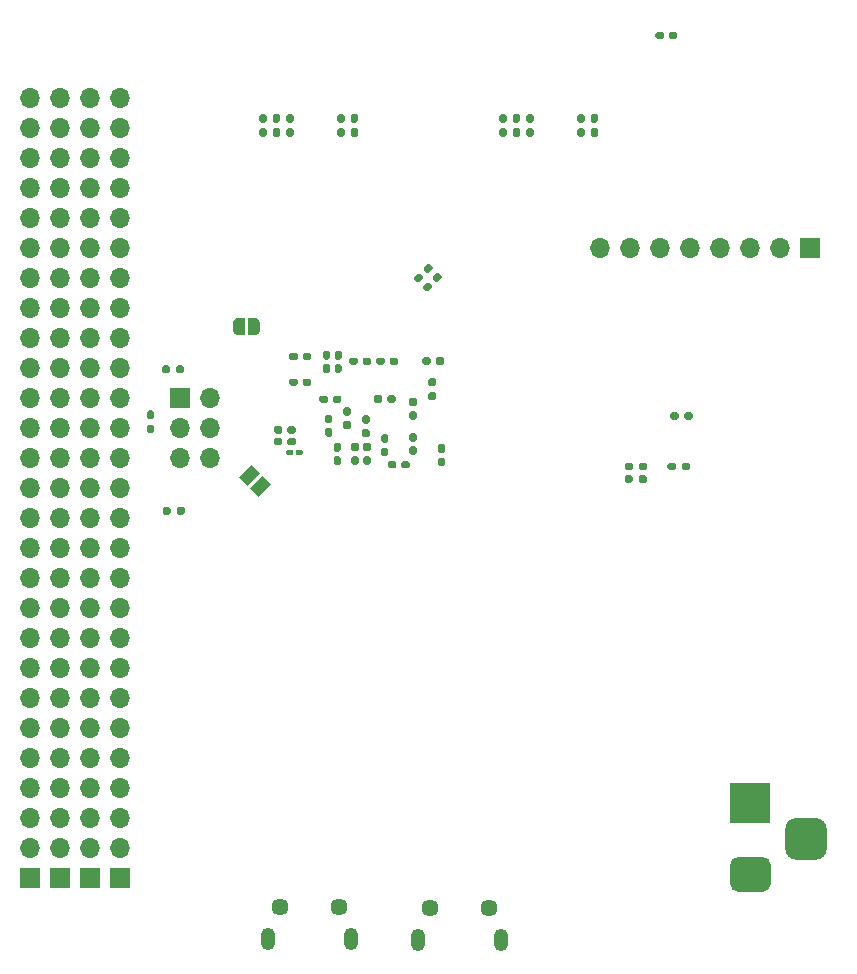
<source format=gbr>
%TF.GenerationSoftware,KiCad,Pcbnew,(5.1.8-0-10_14)*%
%TF.CreationDate,2020-12-08T12:39:33+00:00*%
%TF.ProjectId,STM32MP1_TestBoard,53544d33-324d-4503-915f-54657374426f,rev?*%
%TF.SameCoordinates,Original*%
%TF.FileFunction,Soldermask,Bot*%
%TF.FilePolarity,Negative*%
%FSLAX46Y46*%
G04 Gerber Fmt 4.6, Leading zero omitted, Abs format (unit mm)*
G04 Created by KiCad (PCBNEW (5.1.8-0-10_14)) date 2020-12-08 12:39:33*
%MOMM*%
%LPD*%
G01*
G04 APERTURE LIST*
%ADD10O,1.700000X1.700000*%
%ADD11R,1.700000X1.700000*%
%ADD12R,3.500000X3.500000*%
%ADD13O,1.200000X1.900000*%
%ADD14C,1.450000*%
%ADD15C,0.100000*%
G04 APERTURE END LIST*
D10*
%TO.C,J7*%
X177800000Y-88900000D03*
X180340000Y-88900000D03*
X182880000Y-88900000D03*
X185420000Y-88900000D03*
X187960000Y-88900000D03*
X190500000Y-88900000D03*
X193040000Y-88900000D03*
D11*
X195580000Y-88900000D03*
%TD*%
%TO.C,J9*%
G36*
G01*
X196075000Y-140640000D02*
X194325000Y-140640000D01*
G75*
G02*
X193450000Y-139765000I0J875000D01*
G01*
X193450000Y-138015000D01*
G75*
G02*
X194325000Y-137140000I875000J0D01*
G01*
X196075000Y-137140000D01*
G75*
G02*
X196950000Y-138015000I0J-875000D01*
G01*
X196950000Y-139765000D01*
G75*
G02*
X196075000Y-140640000I-875000J0D01*
G01*
G37*
G36*
G01*
X191500000Y-143390000D02*
X189500000Y-143390000D01*
G75*
G02*
X188750000Y-142640000I0J750000D01*
G01*
X188750000Y-141140000D01*
G75*
G02*
X189500000Y-140390000I750000J0D01*
G01*
X191500000Y-140390000D01*
G75*
G02*
X192250000Y-141140000I0J-750000D01*
G01*
X192250000Y-142640000D01*
G75*
G02*
X191500000Y-143390000I-750000J0D01*
G01*
G37*
D12*
X190500000Y-135890000D03*
%TD*%
%TO.C,R2*%
G36*
G01*
X179842200Y-107513100D02*
X179842200Y-107193100D01*
G75*
G02*
X180002200Y-107033100I160000J0D01*
G01*
X180397200Y-107033100D01*
G75*
G02*
X180557200Y-107193100I0J-160000D01*
G01*
X180557200Y-107513100D01*
G75*
G02*
X180397200Y-107673100I-160000J0D01*
G01*
X180002200Y-107673100D01*
G75*
G02*
X179842200Y-107513100I0J160000D01*
G01*
G37*
G36*
G01*
X181037200Y-107513100D02*
X181037200Y-107193100D01*
G75*
G02*
X181197200Y-107033100I160000J0D01*
G01*
X181592200Y-107033100D01*
G75*
G02*
X181752200Y-107193100I0J-160000D01*
G01*
X181752200Y-107513100D01*
G75*
G02*
X181592200Y-107673100I-160000J0D01*
G01*
X181197200Y-107673100D01*
G75*
G02*
X181037200Y-107513100I0J160000D01*
G01*
G37*
%TD*%
%TO.C,R11*%
G36*
G01*
X181752200Y-108259900D02*
X181752200Y-108579900D01*
G75*
G02*
X181592200Y-108739900I-160000J0D01*
G01*
X181197200Y-108739900D01*
G75*
G02*
X181037200Y-108579900I0J160000D01*
G01*
X181037200Y-108259900D01*
G75*
G02*
X181197200Y-108099900I160000J0D01*
G01*
X181592200Y-108099900D01*
G75*
G02*
X181752200Y-108259900I0J-160000D01*
G01*
G37*
G36*
G01*
X180557200Y-108259900D02*
X180557200Y-108579900D01*
G75*
G02*
X180397200Y-108739900I-160000J0D01*
G01*
X180002200Y-108739900D01*
G75*
G02*
X179842200Y-108579900I0J160000D01*
G01*
X179842200Y-108259900D01*
G75*
G02*
X180002200Y-108099900I160000J0D01*
G01*
X180397200Y-108099900D01*
G75*
G02*
X180557200Y-108259900I0J-160000D01*
G01*
G37*
%TD*%
%TO.C,R14*%
G36*
G01*
X185625700Y-102913200D02*
X185625700Y-103233200D01*
G75*
G02*
X185465700Y-103393200I-160000J0D01*
G01*
X185070700Y-103393200D01*
G75*
G02*
X184910700Y-103233200I0J160000D01*
G01*
X184910700Y-102913200D01*
G75*
G02*
X185070700Y-102753200I160000J0D01*
G01*
X185465700Y-102753200D01*
G75*
G02*
X185625700Y-102913200I0J-160000D01*
G01*
G37*
G36*
G01*
X184430700Y-102913200D02*
X184430700Y-103233200D01*
G75*
G02*
X184270700Y-103393200I-160000J0D01*
G01*
X183875700Y-103393200D01*
G75*
G02*
X183715700Y-103233200I0J160000D01*
G01*
X183715700Y-102913200D01*
G75*
G02*
X183875700Y-102753200I160000J0D01*
G01*
X184270700Y-102753200D01*
G75*
G02*
X184430700Y-102913200I0J-160000D01*
G01*
G37*
%TD*%
%TO.C,R6*%
G36*
G01*
X183474400Y-107525800D02*
X183474400Y-107205800D01*
G75*
G02*
X183634400Y-107045800I160000J0D01*
G01*
X184029400Y-107045800D01*
G75*
G02*
X184189400Y-107205800I0J-160000D01*
G01*
X184189400Y-107525800D01*
G75*
G02*
X184029400Y-107685800I-160000J0D01*
G01*
X183634400Y-107685800D01*
G75*
G02*
X183474400Y-107525800I0J160000D01*
G01*
G37*
G36*
G01*
X184669400Y-107525800D02*
X184669400Y-107205800D01*
G75*
G02*
X184829400Y-107045800I160000J0D01*
G01*
X185224400Y-107045800D01*
G75*
G02*
X185384400Y-107205800I0J-160000D01*
G01*
X185384400Y-107525800D01*
G75*
G02*
X185224400Y-107685800I-160000J0D01*
G01*
X184829400Y-107685800D01*
G75*
G02*
X184669400Y-107525800I0J160000D01*
G01*
G37*
%TD*%
D13*
%TO.C,J8*%
X156687400Y-147338300D03*
X149687400Y-147338300D03*
D14*
X155687400Y-144638300D03*
X150687400Y-144638300D03*
%TD*%
D10*
%TO.C,J5*%
X144780000Y-106680000D03*
X142240000Y-106680000D03*
X144780000Y-104140000D03*
X142240000Y-104140000D03*
X144780000Y-101600000D03*
D11*
X142240000Y-101600000D03*
%TD*%
D10*
%TO.C,J4*%
X129540000Y-76200000D03*
X129540000Y-78740000D03*
X129540000Y-81280000D03*
X129540000Y-83820000D03*
X129540000Y-86360000D03*
X129540000Y-88900000D03*
X129540000Y-91440000D03*
X129540000Y-93980000D03*
X129540000Y-96520000D03*
X129540000Y-99060000D03*
X129540000Y-101600000D03*
X129540000Y-104140000D03*
X129540000Y-106680000D03*
X129540000Y-109220000D03*
X129540000Y-111760000D03*
X129540000Y-114300000D03*
X129540000Y-116840000D03*
X129540000Y-119380000D03*
X129540000Y-121920000D03*
X129540000Y-124460000D03*
X129540000Y-127000000D03*
X129540000Y-129540000D03*
X129540000Y-132080000D03*
X129540000Y-134620000D03*
X129540000Y-137160000D03*
X129540000Y-139700000D03*
D11*
X129540000Y-142240000D03*
%TD*%
D10*
%TO.C,J3*%
X132080000Y-76200000D03*
X132080000Y-78740000D03*
X132080000Y-81280000D03*
X132080000Y-83820000D03*
X132080000Y-86360000D03*
X132080000Y-88900000D03*
X132080000Y-91440000D03*
X132080000Y-93980000D03*
X132080000Y-96520000D03*
X132080000Y-99060000D03*
X132080000Y-101600000D03*
X132080000Y-104140000D03*
X132080000Y-106680000D03*
X132080000Y-109220000D03*
X132080000Y-111760000D03*
X132080000Y-114300000D03*
X132080000Y-116840000D03*
X132080000Y-119380000D03*
X132080000Y-121920000D03*
X132080000Y-124460000D03*
X132080000Y-127000000D03*
X132080000Y-129540000D03*
X132080000Y-132080000D03*
X132080000Y-134620000D03*
X132080000Y-137160000D03*
X132080000Y-139700000D03*
D11*
X132080000Y-142240000D03*
%TD*%
D10*
%TO.C,J2*%
X134620000Y-76200000D03*
X134620000Y-78740000D03*
X134620000Y-81280000D03*
X134620000Y-83820000D03*
X134620000Y-86360000D03*
X134620000Y-88900000D03*
X134620000Y-91440000D03*
X134620000Y-93980000D03*
X134620000Y-96520000D03*
X134620000Y-99060000D03*
X134620000Y-101600000D03*
X134620000Y-104140000D03*
X134620000Y-106680000D03*
X134620000Y-109220000D03*
X134620000Y-111760000D03*
X134620000Y-114300000D03*
X134620000Y-116840000D03*
X134620000Y-119380000D03*
X134620000Y-121920000D03*
X134620000Y-124460000D03*
X134620000Y-127000000D03*
X134620000Y-129540000D03*
X134620000Y-132080000D03*
X134620000Y-134620000D03*
X134620000Y-137160000D03*
X134620000Y-139700000D03*
D11*
X134620000Y-142240000D03*
%TD*%
D10*
%TO.C,J1*%
X137160000Y-76200000D03*
X137160000Y-78740000D03*
X137160000Y-81280000D03*
X137160000Y-83820000D03*
X137160000Y-86360000D03*
X137160000Y-88900000D03*
X137160000Y-91440000D03*
X137160000Y-93980000D03*
X137160000Y-96520000D03*
X137160000Y-99060000D03*
X137160000Y-101600000D03*
X137160000Y-104140000D03*
X137160000Y-106680000D03*
X137160000Y-109220000D03*
X137160000Y-111760000D03*
X137160000Y-114300000D03*
X137160000Y-116840000D03*
X137160000Y-119380000D03*
X137160000Y-121920000D03*
X137160000Y-124460000D03*
X137160000Y-127000000D03*
X137160000Y-129540000D03*
X137160000Y-132080000D03*
X137160000Y-134620000D03*
X137160000Y-137160000D03*
X137160000Y-139700000D03*
D11*
X137160000Y-142240000D03*
%TD*%
%TO.C,C69*%
G36*
G01*
X162704500Y-98580000D02*
X162704500Y-98270000D01*
G75*
G02*
X162859500Y-98115000I155000J0D01*
G01*
X163284500Y-98115000D01*
G75*
G02*
X163439500Y-98270000I0J-155000D01*
G01*
X163439500Y-98580000D01*
G75*
G02*
X163284500Y-98735000I-155000J0D01*
G01*
X162859500Y-98735000D01*
G75*
G02*
X162704500Y-98580000I0J155000D01*
G01*
G37*
G36*
G01*
X163839500Y-98580000D02*
X163839500Y-98270000D01*
G75*
G02*
X163994500Y-98115000I155000J0D01*
G01*
X164419500Y-98115000D01*
G75*
G02*
X164574500Y-98270000I0J-155000D01*
G01*
X164574500Y-98580000D01*
G75*
G02*
X164419500Y-98735000I-155000J0D01*
G01*
X163994500Y-98735000D01*
G75*
G02*
X163839500Y-98580000I0J155000D01*
G01*
G37*
%TD*%
%TO.C,C70*%
G36*
G01*
X163365544Y-90224753D02*
X163584747Y-90443956D01*
G75*
G02*
X163584747Y-90663160I-109602J-109602D01*
G01*
X163284226Y-90963681D01*
G75*
G02*
X163065022Y-90963681I-109602J109602D01*
G01*
X162845819Y-90744478D01*
G75*
G02*
X162845819Y-90525274I109602J109602D01*
G01*
X163146340Y-90224753D01*
G75*
G02*
X163365544Y-90224753I109602J-109602D01*
G01*
G37*
G36*
G01*
X162562978Y-91027319D02*
X162782181Y-91246522D01*
G75*
G02*
X162782181Y-91465726I-109602J-109602D01*
G01*
X162481660Y-91766247D01*
G75*
G02*
X162262456Y-91766247I-109602J109602D01*
G01*
X162043253Y-91547044D01*
G75*
G02*
X162043253Y-91327840I109602J109602D01*
G01*
X162343774Y-91027319D01*
G75*
G02*
X162562978Y-91027319I109602J-109602D01*
G01*
G37*
%TD*%
%TO.C,L3*%
G36*
G01*
X151165900Y-106272000D02*
X151165900Y-106072000D01*
G75*
G02*
X151265900Y-105972000I100000J0D01*
G01*
X151700900Y-105972000D01*
G75*
G02*
X151800900Y-106072000I0J-100000D01*
G01*
X151800900Y-106272000D01*
G75*
G02*
X151700900Y-106372000I-100000J0D01*
G01*
X151265900Y-106372000D01*
G75*
G02*
X151165900Y-106272000I0J100000D01*
G01*
G37*
G36*
G01*
X151980900Y-106272000D02*
X151980900Y-106072000D01*
G75*
G02*
X152080900Y-105972000I100000J0D01*
G01*
X152515900Y-105972000D01*
G75*
G02*
X152615900Y-106072000I0J-100000D01*
G01*
X152615900Y-106272000D01*
G75*
G02*
X152515900Y-106372000I-100000J0D01*
G01*
X152080900Y-106372000D01*
G75*
G02*
X151980900Y-106272000I0J100000D01*
G01*
G37*
%TD*%
D15*
%TO.C,JP4*%
G36*
X147193279Y-108274339D02*
G01*
X148253939Y-107213679D01*
X148961045Y-107920785D01*
X147900385Y-108981445D01*
X147193279Y-108274339D01*
G37*
G36*
X148112517Y-109193577D02*
G01*
X149173177Y-108132917D01*
X149880283Y-108840023D01*
X148819623Y-109900683D01*
X148112517Y-109193577D01*
G37*
%TD*%
%TO.C,C33*%
G36*
G01*
X156492000Y-104211400D02*
X156182000Y-104211400D01*
G75*
G02*
X156027000Y-104056400I0J155000D01*
G01*
X156027000Y-103631400D01*
G75*
G02*
X156182000Y-103476400I155000J0D01*
G01*
X156492000Y-103476400D01*
G75*
G02*
X156647000Y-103631400I0J-155000D01*
G01*
X156647000Y-104056400D01*
G75*
G02*
X156492000Y-104211400I-155000J0D01*
G01*
G37*
G36*
G01*
X156492000Y-103076400D02*
X156182000Y-103076400D01*
G75*
G02*
X156027000Y-102921400I0J155000D01*
G01*
X156027000Y-102496400D01*
G75*
G02*
X156182000Y-102341400I155000J0D01*
G01*
X156492000Y-102341400D01*
G75*
G02*
X156647000Y-102496400I0J-155000D01*
G01*
X156647000Y-102921400D01*
G75*
G02*
X156492000Y-103076400I-155000J0D01*
G01*
G37*
%TD*%
%TO.C,C32*%
G36*
G01*
X159382400Y-104627400D02*
X159692400Y-104627400D01*
G75*
G02*
X159847400Y-104782400I0J-155000D01*
G01*
X159847400Y-105207400D01*
G75*
G02*
X159692400Y-105362400I-155000J0D01*
G01*
X159382400Y-105362400D01*
G75*
G02*
X159227400Y-105207400I0J155000D01*
G01*
X159227400Y-104782400D01*
G75*
G02*
X159382400Y-104627400I155000J0D01*
G01*
G37*
G36*
G01*
X159382400Y-105762400D02*
X159692400Y-105762400D01*
G75*
G02*
X159847400Y-105917400I0J-155000D01*
G01*
X159847400Y-106342400D01*
G75*
G02*
X159692400Y-106497400I-155000J0D01*
G01*
X159382400Y-106497400D01*
G75*
G02*
X159227400Y-106342400I0J155000D01*
G01*
X159227400Y-105917400D01*
G75*
G02*
X159382400Y-105762400I155000J0D01*
G01*
G37*
%TD*%
%TO.C,C31*%
G36*
G01*
X152014200Y-105102600D02*
X152014200Y-105412600D01*
G75*
G02*
X151859200Y-105567600I-155000J0D01*
G01*
X151434200Y-105567600D01*
G75*
G02*
X151279200Y-105412600I0J155000D01*
G01*
X151279200Y-105102600D01*
G75*
G02*
X151434200Y-104947600I155000J0D01*
G01*
X151859200Y-104947600D01*
G75*
G02*
X152014200Y-105102600I0J-155000D01*
G01*
G37*
G36*
G01*
X150879200Y-105102600D02*
X150879200Y-105412600D01*
G75*
G02*
X150724200Y-105567600I-155000J0D01*
G01*
X150299200Y-105567600D01*
G75*
G02*
X150144200Y-105412600I0J155000D01*
G01*
X150144200Y-105102600D01*
G75*
G02*
X150299200Y-104947600I155000J0D01*
G01*
X150724200Y-104947600D01*
G75*
G02*
X150879200Y-105102600I0J-155000D01*
G01*
G37*
%TD*%
%TO.C,C34*%
G36*
G01*
X155755400Y-99436200D02*
X155445400Y-99436200D01*
G75*
G02*
X155290400Y-99281200I0J155000D01*
G01*
X155290400Y-98856200D01*
G75*
G02*
X155445400Y-98701200I155000J0D01*
G01*
X155755400Y-98701200D01*
G75*
G02*
X155910400Y-98856200I0J-155000D01*
G01*
X155910400Y-99281200D01*
G75*
G02*
X155755400Y-99436200I-155000J0D01*
G01*
G37*
G36*
G01*
X155755400Y-98301200D02*
X155445400Y-98301200D01*
G75*
G02*
X155290400Y-98146200I0J155000D01*
G01*
X155290400Y-97721200D01*
G75*
G02*
X155445400Y-97566200I155000J0D01*
G01*
X155755400Y-97566200D01*
G75*
G02*
X155910400Y-97721200I0J-155000D01*
G01*
X155910400Y-98146200D01*
G75*
G02*
X155755400Y-98301200I-155000J0D01*
G01*
G37*
%TD*%
%TO.C,C12*%
G36*
G01*
X155679200Y-107234000D02*
X155369200Y-107234000D01*
G75*
G02*
X155214200Y-107079000I0J155000D01*
G01*
X155214200Y-106654000D01*
G75*
G02*
X155369200Y-106499000I155000J0D01*
G01*
X155679200Y-106499000D01*
G75*
G02*
X155834200Y-106654000I0J-155000D01*
G01*
X155834200Y-107079000D01*
G75*
G02*
X155679200Y-107234000I-155000J0D01*
G01*
G37*
G36*
G01*
X155679200Y-106099000D02*
X155369200Y-106099000D01*
G75*
G02*
X155214200Y-105944000I0J155000D01*
G01*
X155214200Y-105519000D01*
G75*
G02*
X155369200Y-105364000I155000J0D01*
G01*
X155679200Y-105364000D01*
G75*
G02*
X155834200Y-105519000I0J-155000D01*
G01*
X155834200Y-105944000D01*
G75*
G02*
X155679200Y-106099000I-155000J0D01*
G01*
G37*
%TD*%
%TO.C,C7*%
G36*
G01*
X164127544Y-90986753D02*
X164346747Y-91205956D01*
G75*
G02*
X164346747Y-91425160I-109602J-109602D01*
G01*
X164046226Y-91725681D01*
G75*
G02*
X163827022Y-91725681I-109602J109602D01*
G01*
X163607819Y-91506478D01*
G75*
G02*
X163607819Y-91287274I109602J109602D01*
G01*
X163908340Y-90986753D01*
G75*
G02*
X164127544Y-90986753I109602J-109602D01*
G01*
G37*
G36*
G01*
X163324978Y-91789319D02*
X163544181Y-92008522D01*
G75*
G02*
X163544181Y-92227726I-109602J-109602D01*
G01*
X163243660Y-92528247D01*
G75*
G02*
X163024456Y-92528247I-109602J109602D01*
G01*
X162805253Y-92309044D01*
G75*
G02*
X162805253Y-92089840I109602J109602D01*
G01*
X163105774Y-91789319D01*
G75*
G02*
X163324978Y-91789319I109602J-109602D01*
G01*
G37*
%TD*%
%TO.C,C35*%
G36*
G01*
X153309600Y-100073400D02*
X153309600Y-100383400D01*
G75*
G02*
X153154600Y-100538400I-155000J0D01*
G01*
X152729600Y-100538400D01*
G75*
G02*
X152574600Y-100383400I0J155000D01*
G01*
X152574600Y-100073400D01*
G75*
G02*
X152729600Y-99918400I155000J0D01*
G01*
X153154600Y-99918400D01*
G75*
G02*
X153309600Y-100073400I0J-155000D01*
G01*
G37*
G36*
G01*
X152174600Y-100073400D02*
X152174600Y-100383400D01*
G75*
G02*
X152019600Y-100538400I-155000J0D01*
G01*
X151594600Y-100538400D01*
G75*
G02*
X151439600Y-100383400I0J155000D01*
G01*
X151439600Y-100073400D01*
G75*
G02*
X151594600Y-99918400I155000J0D01*
G01*
X152019600Y-99918400D01*
G75*
G02*
X152174600Y-100073400I0J-155000D01*
G01*
G37*
%TD*%
%TO.C,C30*%
G36*
G01*
X162080000Y-106395800D02*
X161770000Y-106395800D01*
G75*
G02*
X161615000Y-106240800I0J155000D01*
G01*
X161615000Y-105815800D01*
G75*
G02*
X161770000Y-105660800I155000J0D01*
G01*
X162080000Y-105660800D01*
G75*
G02*
X162235000Y-105815800I0J-155000D01*
G01*
X162235000Y-106240800D01*
G75*
G02*
X162080000Y-106395800I-155000J0D01*
G01*
G37*
G36*
G01*
X162080000Y-105260800D02*
X161770000Y-105260800D01*
G75*
G02*
X161615000Y-105105800I0J155000D01*
G01*
X161615000Y-104680800D01*
G75*
G02*
X161770000Y-104525800I155000J0D01*
G01*
X162080000Y-104525800D01*
G75*
G02*
X162235000Y-104680800I0J-155000D01*
G01*
X162235000Y-105105800D01*
G75*
G02*
X162080000Y-105260800I-155000J0D01*
G01*
G37*
%TD*%
%TO.C,C29*%
G36*
G01*
X157782200Y-103027200D02*
X158092200Y-103027200D01*
G75*
G02*
X158247200Y-103182200I0J-155000D01*
G01*
X158247200Y-103607200D01*
G75*
G02*
X158092200Y-103762200I-155000J0D01*
G01*
X157782200Y-103762200D01*
G75*
G02*
X157627200Y-103607200I0J155000D01*
G01*
X157627200Y-103182200D01*
G75*
G02*
X157782200Y-103027200I155000J0D01*
G01*
G37*
G36*
G01*
X157782200Y-104162200D02*
X158092200Y-104162200D01*
G75*
G02*
X158247200Y-104317200I0J-155000D01*
G01*
X158247200Y-104742200D01*
G75*
G02*
X158092200Y-104897200I-155000J0D01*
G01*
X157782200Y-104897200D01*
G75*
G02*
X157627200Y-104742200I0J155000D01*
G01*
X157627200Y-104317200D01*
G75*
G02*
X157782200Y-104162200I155000J0D01*
G01*
G37*
%TD*%
%TO.C,C28*%
G36*
G01*
X154942600Y-104846400D02*
X154632600Y-104846400D01*
G75*
G02*
X154477600Y-104691400I0J155000D01*
G01*
X154477600Y-104266400D01*
G75*
G02*
X154632600Y-104111400I155000J0D01*
G01*
X154942600Y-104111400D01*
G75*
G02*
X155097600Y-104266400I0J-155000D01*
G01*
X155097600Y-104691400D01*
G75*
G02*
X154942600Y-104846400I-155000J0D01*
G01*
G37*
G36*
G01*
X154942600Y-103711400D02*
X154632600Y-103711400D01*
G75*
G02*
X154477600Y-103556400I0J155000D01*
G01*
X154477600Y-103131400D01*
G75*
G02*
X154632600Y-102976400I155000J0D01*
G01*
X154942600Y-102976400D01*
G75*
G02*
X155097600Y-103131400I0J-155000D01*
G01*
X155097600Y-103556400D01*
G75*
G02*
X154942600Y-103711400I-155000J0D01*
G01*
G37*
%TD*%
%TO.C,C27*%
G36*
G01*
X156867800Y-105338600D02*
X157177800Y-105338600D01*
G75*
G02*
X157332800Y-105493600I0J-155000D01*
G01*
X157332800Y-105918600D01*
G75*
G02*
X157177800Y-106073600I-155000J0D01*
G01*
X156867800Y-106073600D01*
G75*
G02*
X156712800Y-105918600I0J155000D01*
G01*
X156712800Y-105493600D01*
G75*
G02*
X156867800Y-105338600I155000J0D01*
G01*
G37*
G36*
G01*
X156867800Y-106473600D02*
X157177800Y-106473600D01*
G75*
G02*
X157332800Y-106628600I0J-155000D01*
G01*
X157332800Y-107053600D01*
G75*
G02*
X157177800Y-107208600I-155000J0D01*
G01*
X156867800Y-107208600D01*
G75*
G02*
X156712800Y-107053600I0J155000D01*
G01*
X156712800Y-106628600D01*
G75*
G02*
X156867800Y-106473600I155000J0D01*
G01*
G37*
%TD*%
%TO.C,C26*%
G36*
G01*
X156519600Y-98605400D02*
X156519600Y-98295400D01*
G75*
G02*
X156674600Y-98140400I155000J0D01*
G01*
X157099600Y-98140400D01*
G75*
G02*
X157254600Y-98295400I0J-155000D01*
G01*
X157254600Y-98605400D01*
G75*
G02*
X157099600Y-98760400I-155000J0D01*
G01*
X156674600Y-98760400D01*
G75*
G02*
X156519600Y-98605400I0J155000D01*
G01*
G37*
G36*
G01*
X157654600Y-98605400D02*
X157654600Y-98295400D01*
G75*
G02*
X157809600Y-98140400I155000J0D01*
G01*
X158234600Y-98140400D01*
G75*
G02*
X158389600Y-98295400I0J-155000D01*
G01*
X158389600Y-98605400D01*
G75*
G02*
X158234600Y-98760400I-155000J0D01*
G01*
X157809600Y-98760400D01*
G75*
G02*
X157654600Y-98605400I0J155000D01*
G01*
G37*
%TD*%
%TO.C,C25*%
G36*
G01*
X161770000Y-101528600D02*
X162080000Y-101528600D01*
G75*
G02*
X162235000Y-101683600I0J-155000D01*
G01*
X162235000Y-102108600D01*
G75*
G02*
X162080000Y-102263600I-155000J0D01*
G01*
X161770000Y-102263600D01*
G75*
G02*
X161615000Y-102108600I0J155000D01*
G01*
X161615000Y-101683600D01*
G75*
G02*
X161770000Y-101528600I155000J0D01*
G01*
G37*
G36*
G01*
X161770000Y-102663600D02*
X162080000Y-102663600D01*
G75*
G02*
X162235000Y-102818600I0J-155000D01*
G01*
X162235000Y-103243600D01*
G75*
G02*
X162080000Y-103398600I-155000J0D01*
G01*
X161770000Y-103398600D01*
G75*
G02*
X161615000Y-103243600I0J155000D01*
G01*
X161615000Y-102818600D01*
G75*
G02*
X161770000Y-102663600I155000J0D01*
G01*
G37*
%TD*%
%TO.C,C24*%
G36*
G01*
X157883800Y-105338600D02*
X158193800Y-105338600D01*
G75*
G02*
X158348800Y-105493600I0J-155000D01*
G01*
X158348800Y-105918600D01*
G75*
G02*
X158193800Y-106073600I-155000J0D01*
G01*
X157883800Y-106073600D01*
G75*
G02*
X157728800Y-105918600I0J155000D01*
G01*
X157728800Y-105493600D01*
G75*
G02*
X157883800Y-105338600I155000J0D01*
G01*
G37*
G36*
G01*
X157883800Y-106473600D02*
X158193800Y-106473600D01*
G75*
G02*
X158348800Y-106628600I0J-155000D01*
G01*
X158348800Y-107053600D01*
G75*
G02*
X158193800Y-107208600I-155000J0D01*
G01*
X157883800Y-107208600D01*
G75*
G02*
X157728800Y-107053600I0J155000D01*
G01*
X157728800Y-106628600D01*
G75*
G02*
X157883800Y-106473600I155000J0D01*
G01*
G37*
%TD*%
%TO.C,C23*%
G36*
G01*
X164183000Y-105465600D02*
X164493000Y-105465600D01*
G75*
G02*
X164648000Y-105620600I0J-155000D01*
G01*
X164648000Y-106045600D01*
G75*
G02*
X164493000Y-106200600I-155000J0D01*
G01*
X164183000Y-106200600D01*
G75*
G02*
X164028000Y-106045600I0J155000D01*
G01*
X164028000Y-105620600D01*
G75*
G02*
X164183000Y-105465600I155000J0D01*
G01*
G37*
G36*
G01*
X164183000Y-106600600D02*
X164493000Y-106600600D01*
G75*
G02*
X164648000Y-106755600I0J-155000D01*
G01*
X164648000Y-107180600D01*
G75*
G02*
X164493000Y-107335600I-155000J0D01*
G01*
X164183000Y-107335600D01*
G75*
G02*
X164028000Y-107180600I0J155000D01*
G01*
X164028000Y-106755600D01*
G75*
G02*
X164183000Y-106600600I155000J0D01*
G01*
G37*
%TD*%
%TO.C,C22*%
G36*
G01*
X160675600Y-98295400D02*
X160675600Y-98605400D01*
G75*
G02*
X160520600Y-98760400I-155000J0D01*
G01*
X160095600Y-98760400D01*
G75*
G02*
X159940600Y-98605400I0J155000D01*
G01*
X159940600Y-98295400D01*
G75*
G02*
X160095600Y-98140400I155000J0D01*
G01*
X160520600Y-98140400D01*
G75*
G02*
X160675600Y-98295400I0J-155000D01*
G01*
G37*
G36*
G01*
X159540600Y-98295400D02*
X159540600Y-98605400D01*
G75*
G02*
X159385600Y-98760400I-155000J0D01*
G01*
X158960600Y-98760400D01*
G75*
G02*
X158805600Y-98605400I0J155000D01*
G01*
X158805600Y-98295400D01*
G75*
G02*
X158960600Y-98140400I155000J0D01*
G01*
X159385600Y-98140400D01*
G75*
G02*
X159540600Y-98295400I0J-155000D01*
G01*
G37*
%TD*%
%TO.C,C21*%
G36*
G01*
X154764800Y-99436200D02*
X154454800Y-99436200D01*
G75*
G02*
X154299800Y-99281200I0J155000D01*
G01*
X154299800Y-98856200D01*
G75*
G02*
X154454800Y-98701200I155000J0D01*
G01*
X154764800Y-98701200D01*
G75*
G02*
X154919800Y-98856200I0J-155000D01*
G01*
X154919800Y-99281200D01*
G75*
G02*
X154764800Y-99436200I-155000J0D01*
G01*
G37*
G36*
G01*
X154764800Y-98301200D02*
X154454800Y-98301200D01*
G75*
G02*
X154299800Y-98146200I0J155000D01*
G01*
X154299800Y-97721200D01*
G75*
G02*
X154454800Y-97566200I155000J0D01*
G01*
X154764800Y-97566200D01*
G75*
G02*
X154919800Y-97721200I0J-155000D01*
G01*
X154919800Y-98146200D01*
G75*
G02*
X154764800Y-98301200I-155000J0D01*
G01*
G37*
%TD*%
%TO.C,C20*%
G36*
G01*
X160472400Y-101495800D02*
X160472400Y-101805800D01*
G75*
G02*
X160317400Y-101960800I-155000J0D01*
G01*
X159892400Y-101960800D01*
G75*
G02*
X159737400Y-101805800I0J155000D01*
G01*
X159737400Y-101495800D01*
G75*
G02*
X159892400Y-101340800I155000J0D01*
G01*
X160317400Y-101340800D01*
G75*
G02*
X160472400Y-101495800I0J-155000D01*
G01*
G37*
G36*
G01*
X159337400Y-101495800D02*
X159337400Y-101805800D01*
G75*
G02*
X159182400Y-101960800I-155000J0D01*
G01*
X158757400Y-101960800D01*
G75*
G02*
X158602400Y-101805800I0J155000D01*
G01*
X158602400Y-101495800D01*
G75*
G02*
X158757400Y-101340800I155000J0D01*
G01*
X159182400Y-101340800D01*
G75*
G02*
X159337400Y-101495800I0J-155000D01*
G01*
G37*
%TD*%
%TO.C,C19*%
G36*
G01*
X161666200Y-107058400D02*
X161666200Y-107368400D01*
G75*
G02*
X161511200Y-107523400I-155000J0D01*
G01*
X161086200Y-107523400D01*
G75*
G02*
X160931200Y-107368400I0J155000D01*
G01*
X160931200Y-107058400D01*
G75*
G02*
X161086200Y-106903400I155000J0D01*
G01*
X161511200Y-106903400D01*
G75*
G02*
X161666200Y-107058400I0J-155000D01*
G01*
G37*
G36*
G01*
X160531200Y-107058400D02*
X160531200Y-107368400D01*
G75*
G02*
X160376200Y-107523400I-155000J0D01*
G01*
X159951200Y-107523400D01*
G75*
G02*
X159796200Y-107368400I0J155000D01*
G01*
X159796200Y-107058400D01*
G75*
G02*
X159951200Y-106903400I155000J0D01*
G01*
X160376200Y-106903400D01*
G75*
G02*
X160531200Y-107058400I0J-155000D01*
G01*
G37*
%TD*%
%TO.C,C18*%
G36*
G01*
X151439600Y-98199000D02*
X151439600Y-97889000D01*
G75*
G02*
X151594600Y-97734000I155000J0D01*
G01*
X152019600Y-97734000D01*
G75*
G02*
X152174600Y-97889000I0J-155000D01*
G01*
X152174600Y-98199000D01*
G75*
G02*
X152019600Y-98354000I-155000J0D01*
G01*
X151594600Y-98354000D01*
G75*
G02*
X151439600Y-98199000I0J155000D01*
G01*
G37*
G36*
G01*
X152574600Y-98199000D02*
X152574600Y-97889000D01*
G75*
G02*
X152729600Y-97734000I155000J0D01*
G01*
X153154600Y-97734000D01*
G75*
G02*
X153309600Y-97889000I0J-155000D01*
G01*
X153309600Y-98199000D01*
G75*
G02*
X153154600Y-98354000I-155000J0D01*
G01*
X152729600Y-98354000D01*
G75*
G02*
X152574600Y-98199000I0J155000D01*
G01*
G37*
%TD*%
%TO.C,C14*%
G36*
G01*
X150144200Y-104422000D02*
X150144200Y-104112000D01*
G75*
G02*
X150299200Y-103957000I155000J0D01*
G01*
X150724200Y-103957000D01*
G75*
G02*
X150879200Y-104112000I0J-155000D01*
G01*
X150879200Y-104422000D01*
G75*
G02*
X150724200Y-104577000I-155000J0D01*
G01*
X150299200Y-104577000D01*
G75*
G02*
X150144200Y-104422000I0J155000D01*
G01*
G37*
G36*
G01*
X151279200Y-104422000D02*
X151279200Y-104112000D01*
G75*
G02*
X151434200Y-103957000I155000J0D01*
G01*
X151859200Y-103957000D01*
G75*
G02*
X152014200Y-104112000I0J-155000D01*
G01*
X152014200Y-104422000D01*
G75*
G02*
X151859200Y-104577000I-155000J0D01*
G01*
X151434200Y-104577000D01*
G75*
G02*
X151279200Y-104422000I0J155000D01*
G01*
G37*
%TD*%
%TO.C,R47*%
G36*
G01*
X156812000Y-78726000D02*
X157132000Y-78726000D01*
G75*
G02*
X157292000Y-78886000I0J-160000D01*
G01*
X157292000Y-79281000D01*
G75*
G02*
X157132000Y-79441000I-160000J0D01*
G01*
X156812000Y-79441000D01*
G75*
G02*
X156652000Y-79281000I0J160000D01*
G01*
X156652000Y-78886000D01*
G75*
G02*
X156812000Y-78726000I160000J0D01*
G01*
G37*
G36*
G01*
X156812000Y-77531000D02*
X157132000Y-77531000D01*
G75*
G02*
X157292000Y-77691000I0J-160000D01*
G01*
X157292000Y-78086000D01*
G75*
G02*
X157132000Y-78246000I-160000J0D01*
G01*
X156812000Y-78246000D01*
G75*
G02*
X156652000Y-78086000I0J160000D01*
G01*
X156652000Y-77691000D01*
G75*
G02*
X156812000Y-77531000I160000J0D01*
G01*
G37*
%TD*%
%TO.C,R46*%
G36*
G01*
X155669000Y-78726000D02*
X155989000Y-78726000D01*
G75*
G02*
X156149000Y-78886000I0J-160000D01*
G01*
X156149000Y-79281000D01*
G75*
G02*
X155989000Y-79441000I-160000J0D01*
G01*
X155669000Y-79441000D01*
G75*
G02*
X155509000Y-79281000I0J160000D01*
G01*
X155509000Y-78886000D01*
G75*
G02*
X155669000Y-78726000I160000J0D01*
G01*
G37*
G36*
G01*
X155669000Y-77531000D02*
X155989000Y-77531000D01*
G75*
G02*
X156149000Y-77691000I0J-160000D01*
G01*
X156149000Y-78086000D01*
G75*
G02*
X155989000Y-78246000I-160000J0D01*
G01*
X155669000Y-78246000D01*
G75*
G02*
X155509000Y-78086000I0J160000D01*
G01*
X155509000Y-77691000D01*
G75*
G02*
X155669000Y-77531000I160000J0D01*
G01*
G37*
%TD*%
%TO.C,R45*%
G36*
G01*
X151351000Y-78726000D02*
X151671000Y-78726000D01*
G75*
G02*
X151831000Y-78886000I0J-160000D01*
G01*
X151831000Y-79281000D01*
G75*
G02*
X151671000Y-79441000I-160000J0D01*
G01*
X151351000Y-79441000D01*
G75*
G02*
X151191000Y-79281000I0J160000D01*
G01*
X151191000Y-78886000D01*
G75*
G02*
X151351000Y-78726000I160000J0D01*
G01*
G37*
G36*
G01*
X151351000Y-77531000D02*
X151671000Y-77531000D01*
G75*
G02*
X151831000Y-77691000I0J-160000D01*
G01*
X151831000Y-78086000D01*
G75*
G02*
X151671000Y-78246000I-160000J0D01*
G01*
X151351000Y-78246000D01*
G75*
G02*
X151191000Y-78086000I0J160000D01*
G01*
X151191000Y-77691000D01*
G75*
G02*
X151351000Y-77531000I160000J0D01*
G01*
G37*
%TD*%
%TO.C,R44*%
G36*
G01*
X150208000Y-78726000D02*
X150528000Y-78726000D01*
G75*
G02*
X150688000Y-78886000I0J-160000D01*
G01*
X150688000Y-79281000D01*
G75*
G02*
X150528000Y-79441000I-160000J0D01*
G01*
X150208000Y-79441000D01*
G75*
G02*
X150048000Y-79281000I0J160000D01*
G01*
X150048000Y-78886000D01*
G75*
G02*
X150208000Y-78726000I160000J0D01*
G01*
G37*
G36*
G01*
X150208000Y-77531000D02*
X150528000Y-77531000D01*
G75*
G02*
X150688000Y-77691000I0J-160000D01*
G01*
X150688000Y-78086000D01*
G75*
G02*
X150528000Y-78246000I-160000J0D01*
G01*
X150208000Y-78246000D01*
G75*
G02*
X150048000Y-78086000I0J160000D01*
G01*
X150048000Y-77691000D01*
G75*
G02*
X150208000Y-77531000I160000J0D01*
G01*
G37*
%TD*%
%TO.C,R43*%
G36*
G01*
X149065000Y-78726000D02*
X149385000Y-78726000D01*
G75*
G02*
X149545000Y-78886000I0J-160000D01*
G01*
X149545000Y-79281000D01*
G75*
G02*
X149385000Y-79441000I-160000J0D01*
G01*
X149065000Y-79441000D01*
G75*
G02*
X148905000Y-79281000I0J160000D01*
G01*
X148905000Y-78886000D01*
G75*
G02*
X149065000Y-78726000I160000J0D01*
G01*
G37*
G36*
G01*
X149065000Y-77531000D02*
X149385000Y-77531000D01*
G75*
G02*
X149545000Y-77691000I0J-160000D01*
G01*
X149545000Y-78086000D01*
G75*
G02*
X149385000Y-78246000I-160000J0D01*
G01*
X149065000Y-78246000D01*
G75*
G02*
X148905000Y-78086000I0J160000D01*
G01*
X148905000Y-77691000D01*
G75*
G02*
X149065000Y-77531000I160000J0D01*
G01*
G37*
%TD*%
%TO.C,R42*%
G36*
G01*
X177132000Y-78726000D02*
X177452000Y-78726000D01*
G75*
G02*
X177612000Y-78886000I0J-160000D01*
G01*
X177612000Y-79281000D01*
G75*
G02*
X177452000Y-79441000I-160000J0D01*
G01*
X177132000Y-79441000D01*
G75*
G02*
X176972000Y-79281000I0J160000D01*
G01*
X176972000Y-78886000D01*
G75*
G02*
X177132000Y-78726000I160000J0D01*
G01*
G37*
G36*
G01*
X177132000Y-77531000D02*
X177452000Y-77531000D01*
G75*
G02*
X177612000Y-77691000I0J-160000D01*
G01*
X177612000Y-78086000D01*
G75*
G02*
X177452000Y-78246000I-160000J0D01*
G01*
X177132000Y-78246000D01*
G75*
G02*
X176972000Y-78086000I0J160000D01*
G01*
X176972000Y-77691000D01*
G75*
G02*
X177132000Y-77531000I160000J0D01*
G01*
G37*
%TD*%
%TO.C,R41*%
G36*
G01*
X175989000Y-78726000D02*
X176309000Y-78726000D01*
G75*
G02*
X176469000Y-78886000I0J-160000D01*
G01*
X176469000Y-79281000D01*
G75*
G02*
X176309000Y-79441000I-160000J0D01*
G01*
X175989000Y-79441000D01*
G75*
G02*
X175829000Y-79281000I0J160000D01*
G01*
X175829000Y-78886000D01*
G75*
G02*
X175989000Y-78726000I160000J0D01*
G01*
G37*
G36*
G01*
X175989000Y-77531000D02*
X176309000Y-77531000D01*
G75*
G02*
X176469000Y-77691000I0J-160000D01*
G01*
X176469000Y-78086000D01*
G75*
G02*
X176309000Y-78246000I-160000J0D01*
G01*
X175989000Y-78246000D01*
G75*
G02*
X175829000Y-78086000I0J160000D01*
G01*
X175829000Y-77691000D01*
G75*
G02*
X175989000Y-77531000I160000J0D01*
G01*
G37*
%TD*%
%TO.C,R40*%
G36*
G01*
X171671000Y-78726000D02*
X171991000Y-78726000D01*
G75*
G02*
X172151000Y-78886000I0J-160000D01*
G01*
X172151000Y-79281000D01*
G75*
G02*
X171991000Y-79441000I-160000J0D01*
G01*
X171671000Y-79441000D01*
G75*
G02*
X171511000Y-79281000I0J160000D01*
G01*
X171511000Y-78886000D01*
G75*
G02*
X171671000Y-78726000I160000J0D01*
G01*
G37*
G36*
G01*
X171671000Y-77531000D02*
X171991000Y-77531000D01*
G75*
G02*
X172151000Y-77691000I0J-160000D01*
G01*
X172151000Y-78086000D01*
G75*
G02*
X171991000Y-78246000I-160000J0D01*
G01*
X171671000Y-78246000D01*
G75*
G02*
X171511000Y-78086000I0J160000D01*
G01*
X171511000Y-77691000D01*
G75*
G02*
X171671000Y-77531000I160000J0D01*
G01*
G37*
%TD*%
%TO.C,R13*%
G36*
G01*
X170528000Y-78726000D02*
X170848000Y-78726000D01*
G75*
G02*
X171008000Y-78886000I0J-160000D01*
G01*
X171008000Y-79281000D01*
G75*
G02*
X170848000Y-79441000I-160000J0D01*
G01*
X170528000Y-79441000D01*
G75*
G02*
X170368000Y-79281000I0J160000D01*
G01*
X170368000Y-78886000D01*
G75*
G02*
X170528000Y-78726000I160000J0D01*
G01*
G37*
G36*
G01*
X170528000Y-77531000D02*
X170848000Y-77531000D01*
G75*
G02*
X171008000Y-77691000I0J-160000D01*
G01*
X171008000Y-78086000D01*
G75*
G02*
X170848000Y-78246000I-160000J0D01*
G01*
X170528000Y-78246000D01*
G75*
G02*
X170368000Y-78086000I0J160000D01*
G01*
X170368000Y-77691000D01*
G75*
G02*
X170528000Y-77531000I160000J0D01*
G01*
G37*
%TD*%
%TO.C,R12*%
G36*
G01*
X169385000Y-78726000D02*
X169705000Y-78726000D01*
G75*
G02*
X169865000Y-78886000I0J-160000D01*
G01*
X169865000Y-79281000D01*
G75*
G02*
X169705000Y-79441000I-160000J0D01*
G01*
X169385000Y-79441000D01*
G75*
G02*
X169225000Y-79281000I0J160000D01*
G01*
X169225000Y-78886000D01*
G75*
G02*
X169385000Y-78726000I160000J0D01*
G01*
G37*
G36*
G01*
X169385000Y-77531000D02*
X169705000Y-77531000D01*
G75*
G02*
X169865000Y-77691000I0J-160000D01*
G01*
X169865000Y-78086000D01*
G75*
G02*
X169705000Y-78246000I-160000J0D01*
G01*
X169385000Y-78246000D01*
G75*
G02*
X169225000Y-78086000I0J160000D01*
G01*
X169225000Y-77691000D01*
G75*
G02*
X169385000Y-77531000I160000J0D01*
G01*
G37*
%TD*%
%TO.C,R10*%
G36*
G01*
X163390600Y-101052600D02*
X163710600Y-101052600D01*
G75*
G02*
X163870600Y-101212600I0J-160000D01*
G01*
X163870600Y-101607600D01*
G75*
G02*
X163710600Y-101767600I-160000J0D01*
G01*
X163390600Y-101767600D01*
G75*
G02*
X163230600Y-101607600I0J160000D01*
G01*
X163230600Y-101212600D01*
G75*
G02*
X163390600Y-101052600I160000J0D01*
G01*
G37*
G36*
G01*
X163390600Y-99857600D02*
X163710600Y-99857600D01*
G75*
G02*
X163870600Y-100017600I0J-160000D01*
G01*
X163870600Y-100412600D01*
G75*
G02*
X163710600Y-100572600I-160000J0D01*
G01*
X163390600Y-100572600D01*
G75*
G02*
X163230600Y-100412600I0J160000D01*
G01*
X163230600Y-100017600D01*
G75*
G02*
X163390600Y-99857600I160000J0D01*
G01*
G37*
%TD*%
%TO.C,R7*%
G36*
G01*
X141441200Y-110965000D02*
X141441200Y-111285000D01*
G75*
G02*
X141281200Y-111445000I-160000J0D01*
G01*
X140886200Y-111445000D01*
G75*
G02*
X140726200Y-111285000I0J160000D01*
G01*
X140726200Y-110965000D01*
G75*
G02*
X140886200Y-110805000I160000J0D01*
G01*
X141281200Y-110805000D01*
G75*
G02*
X141441200Y-110965000I0J-160000D01*
G01*
G37*
G36*
G01*
X142636200Y-110965000D02*
X142636200Y-111285000D01*
G75*
G02*
X142476200Y-111445000I-160000J0D01*
G01*
X142081200Y-111445000D01*
G75*
G02*
X141921200Y-111285000I0J160000D01*
G01*
X141921200Y-110965000D01*
G75*
G02*
X142081200Y-110805000I160000J0D01*
G01*
X142476200Y-110805000D01*
G75*
G02*
X142636200Y-110965000I0J-160000D01*
G01*
G37*
%TD*%
%TO.C,R5*%
G36*
G01*
X139860000Y-103328500D02*
X139540000Y-103328500D01*
G75*
G02*
X139380000Y-103168500I0J160000D01*
G01*
X139380000Y-102773500D01*
G75*
G02*
X139540000Y-102613500I160000J0D01*
G01*
X139860000Y-102613500D01*
G75*
G02*
X140020000Y-102773500I0J-160000D01*
G01*
X140020000Y-103168500D01*
G75*
G02*
X139860000Y-103328500I-160000J0D01*
G01*
G37*
G36*
G01*
X139860000Y-104523500D02*
X139540000Y-104523500D01*
G75*
G02*
X139380000Y-104363500I0J160000D01*
G01*
X139380000Y-103968500D01*
G75*
G02*
X139540000Y-103808500I160000J0D01*
G01*
X139860000Y-103808500D01*
G75*
G02*
X140020000Y-103968500I0J-160000D01*
G01*
X140020000Y-104363500D01*
G75*
G02*
X139860000Y-104523500I-160000J0D01*
G01*
G37*
%TD*%
%TO.C,R1*%
G36*
G01*
X141365000Y-98963500D02*
X141365000Y-99283500D01*
G75*
G02*
X141205000Y-99443500I-160000J0D01*
G01*
X140810000Y-99443500D01*
G75*
G02*
X140650000Y-99283500I0J160000D01*
G01*
X140650000Y-98963500D01*
G75*
G02*
X140810000Y-98803500I160000J0D01*
G01*
X141205000Y-98803500D01*
G75*
G02*
X141365000Y-98963500I0J-160000D01*
G01*
G37*
G36*
G01*
X142560000Y-98963500D02*
X142560000Y-99283500D01*
G75*
G02*
X142400000Y-99443500I-160000J0D01*
G01*
X142005000Y-99443500D01*
G75*
G02*
X141845000Y-99283500I0J160000D01*
G01*
X141845000Y-98963500D01*
G75*
G02*
X142005000Y-98803500I160000J0D01*
G01*
X142400000Y-98803500D01*
G75*
G02*
X142560000Y-98963500I0J-160000D01*
G01*
G37*
%TD*%
%TO.C,JP5*%
G36*
X147678000Y-96254000D02*
G01*
X147178000Y-96254000D01*
X147178000Y-96253398D01*
X147153466Y-96253398D01*
X147104635Y-96248588D01*
X147056510Y-96239016D01*
X147009555Y-96224772D01*
X146964222Y-96205995D01*
X146920949Y-96182864D01*
X146880150Y-96155604D01*
X146842221Y-96124476D01*
X146807524Y-96089779D01*
X146776396Y-96051850D01*
X146749136Y-96011051D01*
X146726005Y-95967778D01*
X146707228Y-95922445D01*
X146692984Y-95875490D01*
X146683412Y-95827365D01*
X146678602Y-95778534D01*
X146678602Y-95754000D01*
X146678000Y-95754000D01*
X146678000Y-95254000D01*
X146678602Y-95254000D01*
X146678602Y-95229466D01*
X146683412Y-95180635D01*
X146692984Y-95132510D01*
X146707228Y-95085555D01*
X146726005Y-95040222D01*
X146749136Y-94996949D01*
X146776396Y-94956150D01*
X146807524Y-94918221D01*
X146842221Y-94883524D01*
X146880150Y-94852396D01*
X146920949Y-94825136D01*
X146964222Y-94802005D01*
X147009555Y-94783228D01*
X147056510Y-94768984D01*
X147104635Y-94759412D01*
X147153466Y-94754602D01*
X147178000Y-94754602D01*
X147178000Y-94754000D01*
X147678000Y-94754000D01*
X147678000Y-96254000D01*
G37*
G36*
X148478000Y-94754602D02*
G01*
X148502534Y-94754602D01*
X148551365Y-94759412D01*
X148599490Y-94768984D01*
X148646445Y-94783228D01*
X148691778Y-94802005D01*
X148735051Y-94825136D01*
X148775850Y-94852396D01*
X148813779Y-94883524D01*
X148848476Y-94918221D01*
X148879604Y-94956150D01*
X148906864Y-94996949D01*
X148929995Y-95040222D01*
X148948772Y-95085555D01*
X148963016Y-95132510D01*
X148972588Y-95180635D01*
X148977398Y-95229466D01*
X148977398Y-95254000D01*
X148978000Y-95254000D01*
X148978000Y-95754000D01*
X148977398Y-95754000D01*
X148977398Y-95778534D01*
X148972588Y-95827365D01*
X148963016Y-95875490D01*
X148948772Y-95922445D01*
X148929995Y-95967778D01*
X148906864Y-96011051D01*
X148879604Y-96051850D01*
X148848476Y-96089779D01*
X148813779Y-96124476D01*
X148775850Y-96155604D01*
X148735051Y-96182864D01*
X148691778Y-96205995D01*
X148646445Y-96224772D01*
X148599490Y-96239016D01*
X148551365Y-96248588D01*
X148502534Y-96253398D01*
X148478000Y-96253398D01*
X148478000Y-96254000D01*
X147978000Y-96254000D01*
X147978000Y-94754000D01*
X148478000Y-94754000D01*
X148478000Y-94754602D01*
G37*
%TD*%
D13*
%TO.C,J14*%
X169362000Y-147414500D03*
X162362000Y-147414500D03*
D14*
X168362000Y-144714500D03*
X163362000Y-144714500D03*
%TD*%
%TO.C,C15*%
G36*
G01*
X155140000Y-101818500D02*
X155140000Y-101508500D01*
G75*
G02*
X155295000Y-101353500I155000J0D01*
G01*
X155720000Y-101353500D01*
G75*
G02*
X155875000Y-101508500I0J-155000D01*
G01*
X155875000Y-101818500D01*
G75*
G02*
X155720000Y-101973500I-155000J0D01*
G01*
X155295000Y-101973500D01*
G75*
G02*
X155140000Y-101818500I0J155000D01*
G01*
G37*
G36*
G01*
X154005000Y-101818500D02*
X154005000Y-101508500D01*
G75*
G02*
X154160000Y-101353500I155000J0D01*
G01*
X154585000Y-101353500D01*
G75*
G02*
X154740000Y-101508500I0J-155000D01*
G01*
X154740000Y-101818500D01*
G75*
G02*
X154585000Y-101973500I-155000J0D01*
G01*
X154160000Y-101973500D01*
G75*
G02*
X154005000Y-101818500I0J155000D01*
G01*
G37*
%TD*%
%TO.C,C13*%
G36*
G01*
X183188000Y-70711000D02*
X183188000Y-71021000D01*
G75*
G02*
X183033000Y-71176000I-155000J0D01*
G01*
X182608000Y-71176000D01*
G75*
G02*
X182453000Y-71021000I0J155000D01*
G01*
X182453000Y-70711000D01*
G75*
G02*
X182608000Y-70556000I155000J0D01*
G01*
X183033000Y-70556000D01*
G75*
G02*
X183188000Y-70711000I0J-155000D01*
G01*
G37*
G36*
G01*
X184323000Y-70711000D02*
X184323000Y-71021000D01*
G75*
G02*
X184168000Y-71176000I-155000J0D01*
G01*
X183743000Y-71176000D01*
G75*
G02*
X183588000Y-71021000I0J155000D01*
G01*
X183588000Y-70711000D01*
G75*
G02*
X183743000Y-70556000I155000J0D01*
G01*
X184168000Y-70556000D01*
G75*
G02*
X184323000Y-70711000I0J-155000D01*
G01*
G37*
%TD*%
M02*

</source>
